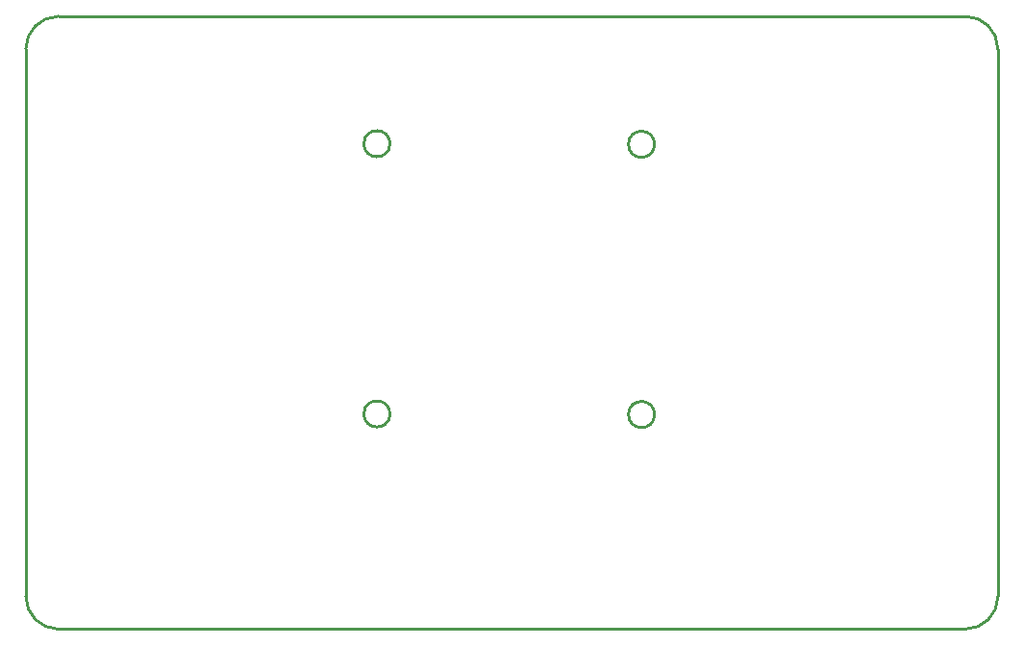
<source format=gko>
G04 Layer: BoardOutline*
G04 EasyEDA v6.4.7, 2020-11-20T12:49:30+01:00*
G04 3459f72c1cfb4ed1b42eaf7d9b2f9cca,50b924b206514efda7368a069ed08794,10*
G04 Gerber Generator version 0.2*
G04 Scale: 100 percent, Rotated: No, Reflected: No *
G04 Dimensions in millimeters *
G04 leading zeros omitted , absolute positions ,3 integer and 3 decimal *
%FSLAX33Y33*%
%MOMM*%
G90*
D02*

%ADD10C,0.254000*%
G54D10*
G01X2880Y53980D02*
G01X82720Y53980D01*
G01X0Y2880D02*
G01X0Y51099D01*
G01X82720Y0D02*
G01X2880Y0D01*
G01X85600Y51099D02*
G01X85600Y2880D01*
G75*
G01X32065Y42709D02*
G03X32065Y42703I-1149J45D01*
G01*
G75*
G01X55365Y42709D02*
G03X55365Y42703I-1150J-3D01*
G01*
G75*
G01X55365Y18909D02*
G03X55365Y18903I-1150J-3D01*
G01*
G75*
G01X32065Y18909D02*
G03X32065Y18903I-1149J47D01*
G01*
G75*
G01X0Y51100D02*
G02X2880Y53980I2880J0D01*
G01*
G75*
G01X2880Y0D02*
G02X0Y2880I0J2880D01*
G01*
G75*
G01X85600Y2880D02*
G02X82720Y0I-2880J0D01*
G01*
G75*
G01X82720Y53980D02*
G02X85600Y51100I0J-2880D01*
G01*

%LPD*%
M00*
M02*

</source>
